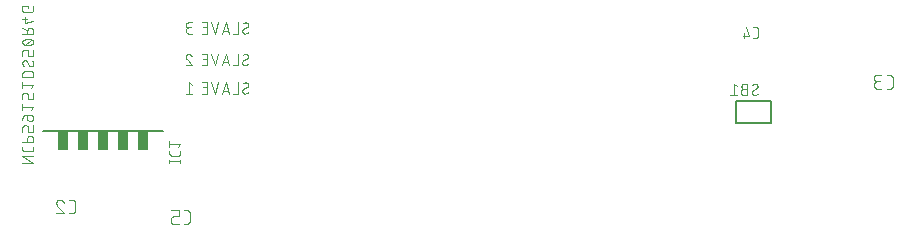
<source format=gbr>
G04 EAGLE Gerber RS-274X export*
G75*
%MOMM*%
%FSLAX34Y34*%
%LPD*%
%INSilkscreen Bottom*%
%IPPOS*%
%AMOC8*
5,1,8,0,0,1.08239X$1,22.5*%
G01*
%ADD10C,0.076200*%
%ADD11C,0.203200*%
%ADD12R,0.965200X1.676400*%
%ADD13C,0.101600*%
%ADD14C,0.127000*%


D10*
X257785Y297109D02*
X257787Y297020D01*
X257793Y296932D01*
X257802Y296844D01*
X257815Y296756D01*
X257832Y296669D01*
X257852Y296583D01*
X257877Y296498D01*
X257904Y296413D01*
X257936Y296330D01*
X257970Y296249D01*
X258009Y296169D01*
X258050Y296091D01*
X258095Y296014D01*
X258143Y295940D01*
X258194Y295867D01*
X258248Y295797D01*
X258306Y295730D01*
X258366Y295664D01*
X258428Y295602D01*
X258494Y295542D01*
X258561Y295484D01*
X258631Y295430D01*
X258704Y295379D01*
X258778Y295331D01*
X258855Y295286D01*
X258933Y295245D01*
X259013Y295206D01*
X259094Y295172D01*
X259177Y295140D01*
X259262Y295113D01*
X259347Y295088D01*
X259433Y295068D01*
X259520Y295051D01*
X259608Y295038D01*
X259696Y295029D01*
X259784Y295023D01*
X259873Y295021D01*
X260002Y295023D01*
X260131Y295029D01*
X260260Y295038D01*
X260388Y295051D01*
X260516Y295068D01*
X260643Y295089D01*
X260770Y295113D01*
X260896Y295141D01*
X261021Y295173D01*
X261145Y295208D01*
X261268Y295247D01*
X261390Y295290D01*
X261510Y295336D01*
X261629Y295386D01*
X261747Y295439D01*
X261863Y295495D01*
X261977Y295555D01*
X262090Y295618D01*
X262200Y295685D01*
X262309Y295754D01*
X262415Y295827D01*
X262520Y295903D01*
X262622Y295982D01*
X262722Y296064D01*
X262819Y296148D01*
X262914Y296236D01*
X263006Y296326D01*
X262744Y302331D02*
X262742Y302420D01*
X262736Y302508D01*
X262727Y302596D01*
X262714Y302684D01*
X262697Y302771D01*
X262677Y302857D01*
X262652Y302942D01*
X262625Y303027D01*
X262593Y303110D01*
X262559Y303191D01*
X262520Y303271D01*
X262479Y303349D01*
X262434Y303426D01*
X262386Y303500D01*
X262335Y303573D01*
X262281Y303643D01*
X262223Y303710D01*
X262163Y303776D01*
X262101Y303838D01*
X262035Y303898D01*
X261968Y303956D01*
X261898Y304010D01*
X261825Y304061D01*
X261751Y304109D01*
X261674Y304154D01*
X261596Y304195D01*
X261516Y304234D01*
X261435Y304268D01*
X261352Y304300D01*
X261267Y304327D01*
X261182Y304352D01*
X261096Y304372D01*
X261009Y304389D01*
X260921Y304402D01*
X260833Y304411D01*
X260745Y304417D01*
X260656Y304419D01*
X260536Y304417D01*
X260416Y304412D01*
X260297Y304402D01*
X260177Y304390D01*
X260058Y304373D01*
X259940Y304353D01*
X259822Y304329D01*
X259706Y304302D01*
X259590Y304271D01*
X259475Y304237D01*
X259361Y304199D01*
X259248Y304157D01*
X259137Y304112D01*
X259027Y304064D01*
X258919Y304013D01*
X258812Y303958D01*
X258707Y303900D01*
X258604Y303838D01*
X258503Y303774D01*
X258403Y303706D01*
X258306Y303636D01*
X261700Y300504D02*
X261778Y300552D01*
X261854Y300604D01*
X261927Y300658D01*
X261998Y300716D01*
X262067Y300777D01*
X262133Y300841D01*
X262196Y300908D01*
X262256Y300977D01*
X262313Y301049D01*
X262367Y301123D01*
X262417Y301200D01*
X262465Y301279D01*
X262508Y301359D01*
X262549Y301442D01*
X262585Y301526D01*
X262618Y301611D01*
X262647Y301698D01*
X262673Y301787D01*
X262695Y301876D01*
X262712Y301966D01*
X262726Y302056D01*
X262736Y302148D01*
X262742Y302239D01*
X262744Y302331D01*
X258828Y298936D02*
X258750Y298888D01*
X258674Y298836D01*
X258601Y298782D01*
X258530Y298724D01*
X258461Y298663D01*
X258395Y298599D01*
X258332Y298532D01*
X258272Y298463D01*
X258215Y298391D01*
X258161Y298317D01*
X258111Y298240D01*
X258063Y298161D01*
X258020Y298081D01*
X257979Y297998D01*
X257943Y297914D01*
X257910Y297829D01*
X257881Y297742D01*
X257855Y297653D01*
X257833Y297564D01*
X257816Y297474D01*
X257802Y297384D01*
X257792Y297292D01*
X257786Y297201D01*
X257784Y297109D01*
X258829Y298937D02*
X261700Y300503D01*
X253844Y304419D02*
X253844Y295021D01*
X249667Y295021D01*
X246764Y295021D02*
X243631Y304419D01*
X240498Y295021D01*
X241281Y297371D02*
X245980Y297371D01*
X237620Y304419D02*
X234487Y295021D01*
X231354Y304419D01*
X227631Y295021D02*
X223454Y295021D01*
X227631Y295021D02*
X227631Y304419D01*
X223454Y304419D01*
X224499Y300242D02*
X227631Y300242D01*
X215152Y302331D02*
X212542Y304419D01*
X212542Y295021D01*
X215152Y295021D02*
X209931Y295021D01*
X257785Y321239D02*
X257787Y321150D01*
X257793Y321062D01*
X257802Y320974D01*
X257815Y320886D01*
X257832Y320799D01*
X257852Y320713D01*
X257877Y320628D01*
X257904Y320543D01*
X257936Y320460D01*
X257970Y320379D01*
X258009Y320299D01*
X258050Y320221D01*
X258095Y320144D01*
X258143Y320070D01*
X258194Y319997D01*
X258248Y319927D01*
X258306Y319860D01*
X258366Y319794D01*
X258428Y319732D01*
X258494Y319672D01*
X258561Y319614D01*
X258631Y319560D01*
X258704Y319509D01*
X258778Y319461D01*
X258855Y319416D01*
X258933Y319375D01*
X259013Y319336D01*
X259094Y319302D01*
X259177Y319270D01*
X259262Y319243D01*
X259347Y319218D01*
X259433Y319198D01*
X259520Y319181D01*
X259608Y319168D01*
X259696Y319159D01*
X259784Y319153D01*
X259873Y319151D01*
X260002Y319153D01*
X260131Y319159D01*
X260260Y319168D01*
X260388Y319181D01*
X260516Y319198D01*
X260643Y319219D01*
X260770Y319243D01*
X260896Y319271D01*
X261021Y319303D01*
X261145Y319338D01*
X261268Y319377D01*
X261390Y319420D01*
X261510Y319466D01*
X261629Y319516D01*
X261747Y319569D01*
X261863Y319625D01*
X261977Y319685D01*
X262090Y319748D01*
X262200Y319815D01*
X262309Y319884D01*
X262415Y319957D01*
X262520Y320033D01*
X262622Y320112D01*
X262722Y320194D01*
X262819Y320278D01*
X262914Y320366D01*
X263006Y320456D01*
X262744Y326461D02*
X262742Y326550D01*
X262736Y326638D01*
X262727Y326726D01*
X262714Y326814D01*
X262697Y326901D01*
X262677Y326987D01*
X262652Y327072D01*
X262625Y327157D01*
X262593Y327240D01*
X262559Y327321D01*
X262520Y327401D01*
X262479Y327479D01*
X262434Y327556D01*
X262386Y327630D01*
X262335Y327703D01*
X262281Y327773D01*
X262223Y327840D01*
X262163Y327906D01*
X262101Y327968D01*
X262035Y328028D01*
X261968Y328086D01*
X261898Y328140D01*
X261825Y328191D01*
X261751Y328239D01*
X261674Y328284D01*
X261596Y328325D01*
X261516Y328364D01*
X261435Y328398D01*
X261352Y328430D01*
X261267Y328457D01*
X261182Y328482D01*
X261096Y328502D01*
X261009Y328519D01*
X260921Y328532D01*
X260833Y328541D01*
X260745Y328547D01*
X260656Y328549D01*
X260536Y328547D01*
X260416Y328542D01*
X260297Y328532D01*
X260177Y328520D01*
X260058Y328503D01*
X259940Y328483D01*
X259822Y328459D01*
X259706Y328432D01*
X259590Y328401D01*
X259475Y328367D01*
X259361Y328329D01*
X259248Y328287D01*
X259137Y328242D01*
X259027Y328194D01*
X258919Y328143D01*
X258812Y328088D01*
X258707Y328030D01*
X258604Y327968D01*
X258503Y327904D01*
X258403Y327836D01*
X258306Y327766D01*
X261700Y324634D02*
X261778Y324682D01*
X261854Y324734D01*
X261927Y324788D01*
X261998Y324846D01*
X262067Y324907D01*
X262133Y324971D01*
X262196Y325038D01*
X262256Y325107D01*
X262313Y325179D01*
X262367Y325253D01*
X262417Y325330D01*
X262465Y325409D01*
X262508Y325489D01*
X262549Y325572D01*
X262585Y325656D01*
X262618Y325741D01*
X262647Y325828D01*
X262673Y325917D01*
X262695Y326006D01*
X262712Y326096D01*
X262726Y326186D01*
X262736Y326278D01*
X262742Y326369D01*
X262744Y326461D01*
X258828Y323066D02*
X258750Y323018D01*
X258674Y322966D01*
X258601Y322912D01*
X258530Y322854D01*
X258461Y322793D01*
X258395Y322729D01*
X258332Y322662D01*
X258272Y322593D01*
X258215Y322521D01*
X258161Y322447D01*
X258111Y322370D01*
X258063Y322291D01*
X258020Y322211D01*
X257979Y322128D01*
X257943Y322044D01*
X257910Y321959D01*
X257881Y321872D01*
X257855Y321783D01*
X257833Y321694D01*
X257816Y321604D01*
X257802Y321514D01*
X257792Y321422D01*
X257786Y321331D01*
X257784Y321239D01*
X258829Y323067D02*
X261700Y324633D01*
X253844Y328549D02*
X253844Y319151D01*
X249667Y319151D01*
X246764Y319151D02*
X243631Y328549D01*
X240498Y319151D01*
X241281Y321501D02*
X245980Y321501D01*
X237620Y328549D02*
X234487Y319151D01*
X231354Y328549D01*
X227631Y319151D02*
X223454Y319151D01*
X227631Y319151D02*
X227631Y328549D01*
X223454Y328549D01*
X224499Y324372D02*
X227631Y324372D01*
X212281Y328550D02*
X212186Y328548D01*
X212092Y328542D01*
X211998Y328533D01*
X211904Y328520D01*
X211811Y328503D01*
X211719Y328482D01*
X211627Y328457D01*
X211537Y328429D01*
X211448Y328397D01*
X211360Y328362D01*
X211274Y328323D01*
X211189Y328281D01*
X211106Y328235D01*
X211025Y328186D01*
X210946Y328134D01*
X210869Y328079D01*
X210795Y328020D01*
X210723Y327959D01*
X210653Y327895D01*
X210586Y327828D01*
X210522Y327758D01*
X210461Y327686D01*
X210402Y327612D01*
X210347Y327535D01*
X210295Y327456D01*
X210246Y327375D01*
X210200Y327292D01*
X210158Y327207D01*
X210119Y327121D01*
X210084Y327033D01*
X210052Y326944D01*
X210024Y326854D01*
X209999Y326762D01*
X209978Y326670D01*
X209961Y326577D01*
X209948Y326483D01*
X209939Y326389D01*
X209933Y326295D01*
X209931Y326200D01*
X212281Y328549D02*
X212389Y328547D01*
X212498Y328541D01*
X212606Y328531D01*
X212713Y328518D01*
X212820Y328500D01*
X212927Y328479D01*
X213032Y328454D01*
X213137Y328425D01*
X213240Y328393D01*
X213342Y328356D01*
X213443Y328316D01*
X213542Y328273D01*
X213640Y328226D01*
X213736Y328175D01*
X213830Y328121D01*
X213922Y328064D01*
X214012Y328003D01*
X214100Y327939D01*
X214185Y327873D01*
X214268Y327803D01*
X214348Y327730D01*
X214426Y327654D01*
X214501Y327576D01*
X214573Y327495D01*
X214642Y327411D01*
X214708Y327325D01*
X214771Y327237D01*
X214830Y327146D01*
X214887Y327054D01*
X214940Y326959D01*
X214989Y326862D01*
X215035Y326764D01*
X215078Y326665D01*
X215117Y326563D01*
X215152Y326461D01*
X210714Y324372D02*
X210645Y324441D01*
X210579Y324512D01*
X210515Y324585D01*
X210454Y324661D01*
X210396Y324740D01*
X210342Y324820D01*
X210290Y324903D01*
X210242Y324987D01*
X210196Y325073D01*
X210155Y325161D01*
X210116Y325251D01*
X210081Y325342D01*
X210050Y325434D01*
X210022Y325527D01*
X209998Y325621D01*
X209978Y325716D01*
X209961Y325812D01*
X209948Y325909D01*
X209939Y326006D01*
X209933Y326103D01*
X209931Y326200D01*
X210714Y324372D02*
X215152Y319151D01*
X209931Y319151D01*
X257785Y347909D02*
X257787Y347820D01*
X257793Y347732D01*
X257802Y347644D01*
X257815Y347556D01*
X257832Y347469D01*
X257852Y347383D01*
X257877Y347298D01*
X257904Y347213D01*
X257936Y347130D01*
X257970Y347049D01*
X258009Y346969D01*
X258050Y346891D01*
X258095Y346814D01*
X258143Y346740D01*
X258194Y346667D01*
X258248Y346597D01*
X258306Y346530D01*
X258366Y346464D01*
X258428Y346402D01*
X258494Y346342D01*
X258561Y346284D01*
X258631Y346230D01*
X258704Y346179D01*
X258778Y346131D01*
X258855Y346086D01*
X258933Y346045D01*
X259013Y346006D01*
X259094Y345972D01*
X259177Y345940D01*
X259262Y345913D01*
X259347Y345888D01*
X259433Y345868D01*
X259520Y345851D01*
X259608Y345838D01*
X259696Y345829D01*
X259784Y345823D01*
X259873Y345821D01*
X260002Y345823D01*
X260131Y345829D01*
X260260Y345838D01*
X260388Y345851D01*
X260516Y345868D01*
X260643Y345889D01*
X260770Y345913D01*
X260896Y345941D01*
X261021Y345973D01*
X261145Y346008D01*
X261268Y346047D01*
X261390Y346090D01*
X261510Y346136D01*
X261629Y346186D01*
X261747Y346239D01*
X261863Y346295D01*
X261977Y346355D01*
X262090Y346418D01*
X262200Y346485D01*
X262309Y346554D01*
X262415Y346627D01*
X262520Y346703D01*
X262622Y346782D01*
X262722Y346864D01*
X262819Y346948D01*
X262914Y347036D01*
X263006Y347126D01*
X262744Y353131D02*
X262742Y353220D01*
X262736Y353308D01*
X262727Y353396D01*
X262714Y353484D01*
X262697Y353571D01*
X262677Y353657D01*
X262652Y353742D01*
X262625Y353827D01*
X262593Y353910D01*
X262559Y353991D01*
X262520Y354071D01*
X262479Y354149D01*
X262434Y354226D01*
X262386Y354300D01*
X262335Y354373D01*
X262281Y354443D01*
X262223Y354510D01*
X262163Y354576D01*
X262101Y354638D01*
X262035Y354698D01*
X261968Y354756D01*
X261898Y354810D01*
X261825Y354861D01*
X261751Y354909D01*
X261674Y354954D01*
X261596Y354995D01*
X261516Y355034D01*
X261435Y355068D01*
X261352Y355100D01*
X261267Y355127D01*
X261182Y355152D01*
X261096Y355172D01*
X261009Y355189D01*
X260921Y355202D01*
X260833Y355211D01*
X260745Y355217D01*
X260656Y355219D01*
X260536Y355217D01*
X260416Y355212D01*
X260297Y355202D01*
X260177Y355190D01*
X260058Y355173D01*
X259940Y355153D01*
X259822Y355129D01*
X259706Y355102D01*
X259590Y355071D01*
X259475Y355037D01*
X259361Y354999D01*
X259248Y354957D01*
X259137Y354912D01*
X259027Y354864D01*
X258919Y354813D01*
X258812Y354758D01*
X258707Y354700D01*
X258604Y354638D01*
X258503Y354574D01*
X258403Y354506D01*
X258306Y354436D01*
X261700Y351304D02*
X261778Y351352D01*
X261854Y351404D01*
X261927Y351458D01*
X261998Y351516D01*
X262067Y351577D01*
X262133Y351641D01*
X262196Y351708D01*
X262256Y351777D01*
X262313Y351849D01*
X262367Y351923D01*
X262417Y352000D01*
X262465Y352079D01*
X262508Y352159D01*
X262549Y352242D01*
X262585Y352326D01*
X262618Y352411D01*
X262647Y352498D01*
X262673Y352587D01*
X262695Y352676D01*
X262712Y352766D01*
X262726Y352856D01*
X262736Y352948D01*
X262742Y353039D01*
X262744Y353131D01*
X258828Y349736D02*
X258750Y349688D01*
X258674Y349636D01*
X258601Y349582D01*
X258530Y349524D01*
X258461Y349463D01*
X258395Y349399D01*
X258332Y349332D01*
X258272Y349263D01*
X258215Y349191D01*
X258161Y349117D01*
X258111Y349040D01*
X258063Y348961D01*
X258020Y348881D01*
X257979Y348798D01*
X257943Y348714D01*
X257910Y348629D01*
X257881Y348542D01*
X257855Y348453D01*
X257833Y348364D01*
X257816Y348274D01*
X257802Y348184D01*
X257792Y348092D01*
X257786Y348001D01*
X257784Y347909D01*
X258829Y349737D02*
X261700Y351303D01*
X253844Y355219D02*
X253844Y345821D01*
X249667Y345821D01*
X246764Y345821D02*
X243631Y355219D01*
X240498Y345821D01*
X241281Y348171D02*
X245980Y348171D01*
X237620Y355219D02*
X234487Y345821D01*
X231354Y355219D01*
X227631Y345821D02*
X223454Y345821D01*
X227631Y345821D02*
X227631Y355219D01*
X223454Y355219D01*
X224499Y351042D02*
X227631Y351042D01*
X215152Y345821D02*
X212542Y345821D01*
X212441Y345823D01*
X212340Y345829D01*
X212239Y345839D01*
X212139Y345852D01*
X212039Y345870D01*
X211940Y345891D01*
X211842Y345917D01*
X211745Y345946D01*
X211649Y345978D01*
X211555Y346015D01*
X211462Y346055D01*
X211370Y346099D01*
X211281Y346146D01*
X211193Y346197D01*
X211107Y346251D01*
X211024Y346308D01*
X210942Y346368D01*
X210864Y346432D01*
X210787Y346498D01*
X210714Y346568D01*
X210643Y346640D01*
X210575Y346715D01*
X210510Y346793D01*
X210448Y346873D01*
X210389Y346955D01*
X210333Y347040D01*
X210281Y347127D01*
X210232Y347215D01*
X210186Y347306D01*
X210145Y347398D01*
X210106Y347492D01*
X210072Y347587D01*
X210041Y347683D01*
X210014Y347781D01*
X209990Y347879D01*
X209971Y347979D01*
X209955Y348079D01*
X209943Y348179D01*
X209935Y348280D01*
X209931Y348381D01*
X209931Y348483D01*
X209935Y348584D01*
X209943Y348685D01*
X209955Y348785D01*
X209971Y348885D01*
X209990Y348985D01*
X210014Y349083D01*
X210041Y349181D01*
X210072Y349277D01*
X210106Y349372D01*
X210145Y349466D01*
X210186Y349558D01*
X210232Y349649D01*
X210281Y349738D01*
X210333Y349824D01*
X210389Y349909D01*
X210448Y349991D01*
X210510Y350071D01*
X210575Y350149D01*
X210643Y350224D01*
X210714Y350296D01*
X210787Y350366D01*
X210864Y350432D01*
X210942Y350496D01*
X211024Y350556D01*
X211107Y350613D01*
X211193Y350667D01*
X211281Y350718D01*
X211370Y350765D01*
X211462Y350809D01*
X211555Y350849D01*
X211649Y350886D01*
X211745Y350918D01*
X211842Y350947D01*
X211940Y350973D01*
X212039Y350994D01*
X212139Y351012D01*
X212239Y351025D01*
X212340Y351035D01*
X212441Y351041D01*
X212542Y351043D01*
X212019Y355219D02*
X215152Y355219D01*
X212019Y355219D02*
X211929Y355217D01*
X211840Y355211D01*
X211750Y355202D01*
X211661Y355188D01*
X211573Y355171D01*
X211486Y355150D01*
X211399Y355125D01*
X211314Y355096D01*
X211230Y355064D01*
X211148Y355029D01*
X211067Y354989D01*
X210988Y354947D01*
X210911Y354901D01*
X210836Y354851D01*
X210763Y354799D01*
X210692Y354743D01*
X210624Y354685D01*
X210559Y354623D01*
X210496Y354559D01*
X210436Y354492D01*
X210379Y354423D01*
X210325Y354351D01*
X210274Y354277D01*
X210226Y354201D01*
X210182Y354123D01*
X210141Y354043D01*
X210103Y353961D01*
X210069Y353878D01*
X210039Y353793D01*
X210012Y353707D01*
X209989Y353621D01*
X209970Y353533D01*
X209955Y353444D01*
X209943Y353355D01*
X209935Y353266D01*
X209931Y353176D01*
X209931Y353086D01*
X209935Y352996D01*
X209943Y352907D01*
X209955Y352818D01*
X209970Y352729D01*
X209989Y352641D01*
X210012Y352555D01*
X210039Y352469D01*
X210069Y352384D01*
X210103Y352301D01*
X210141Y352219D01*
X210182Y352139D01*
X210226Y352061D01*
X210274Y351985D01*
X210325Y351911D01*
X210379Y351839D01*
X210436Y351770D01*
X210496Y351703D01*
X210559Y351639D01*
X210624Y351577D01*
X210692Y351519D01*
X210763Y351463D01*
X210836Y351411D01*
X210911Y351361D01*
X210988Y351315D01*
X211067Y351273D01*
X211148Y351233D01*
X211230Y351198D01*
X211314Y351166D01*
X211399Y351137D01*
X211486Y351112D01*
X211573Y351091D01*
X211661Y351074D01*
X211750Y351060D01*
X211840Y351051D01*
X211929Y351045D01*
X212019Y351043D01*
X212019Y351042D02*
X214108Y351042D01*
D11*
X190640Y263300D02*
X88760Y263300D01*
D12*
X173736Y255778D03*
X156718Y255778D03*
X139700Y255778D03*
X122682Y255778D03*
X105664Y255778D03*
D10*
X195961Y237645D02*
X205359Y237645D01*
X195961Y236601D02*
X195961Y238689D01*
X205359Y238689D02*
X205359Y236601D01*
X195961Y244413D02*
X195961Y246501D01*
X195961Y244413D02*
X195963Y244324D01*
X195969Y244236D01*
X195978Y244148D01*
X195991Y244060D01*
X196008Y243973D01*
X196028Y243887D01*
X196053Y243802D01*
X196080Y243717D01*
X196112Y243634D01*
X196146Y243553D01*
X196185Y243473D01*
X196226Y243395D01*
X196271Y243318D01*
X196319Y243244D01*
X196370Y243171D01*
X196424Y243101D01*
X196482Y243034D01*
X196542Y242968D01*
X196604Y242906D01*
X196670Y242846D01*
X196737Y242788D01*
X196807Y242734D01*
X196880Y242683D01*
X196954Y242635D01*
X197031Y242590D01*
X197109Y242549D01*
X197189Y242510D01*
X197270Y242476D01*
X197353Y242444D01*
X197438Y242417D01*
X197523Y242392D01*
X197609Y242372D01*
X197696Y242355D01*
X197784Y242342D01*
X197872Y242333D01*
X197960Y242327D01*
X198049Y242325D01*
X198049Y242324D02*
X203271Y242324D01*
X203271Y242325D02*
X203362Y242327D01*
X203453Y242333D01*
X203544Y242343D01*
X203634Y242357D01*
X203723Y242374D01*
X203811Y242396D01*
X203899Y242422D01*
X203985Y242451D01*
X204070Y242484D01*
X204153Y242521D01*
X204235Y242561D01*
X204315Y242605D01*
X204393Y242652D01*
X204469Y242703D01*
X204542Y242756D01*
X204613Y242813D01*
X204682Y242874D01*
X204747Y242937D01*
X204810Y243002D01*
X204870Y243071D01*
X204928Y243142D01*
X204981Y243215D01*
X205032Y243291D01*
X205079Y243369D01*
X205123Y243449D01*
X205163Y243531D01*
X205200Y243614D01*
X205233Y243699D01*
X205262Y243785D01*
X205288Y243873D01*
X205310Y243961D01*
X205327Y244050D01*
X205341Y244140D01*
X205351Y244231D01*
X205357Y244322D01*
X205359Y244413D01*
X205359Y246501D01*
X203271Y249970D02*
X205359Y252580D01*
X195961Y252580D01*
X195961Y249970D02*
X195961Y255191D01*
X80899Y236601D02*
X71501Y236601D01*
X71501Y241822D02*
X80899Y236601D01*
X80899Y241822D02*
X71501Y241822D01*
X71501Y248112D02*
X71501Y250201D01*
X71501Y248112D02*
X71503Y248023D01*
X71509Y247935D01*
X71518Y247847D01*
X71531Y247759D01*
X71548Y247672D01*
X71568Y247586D01*
X71593Y247501D01*
X71620Y247416D01*
X71652Y247333D01*
X71686Y247252D01*
X71725Y247172D01*
X71766Y247094D01*
X71811Y247017D01*
X71859Y246943D01*
X71910Y246870D01*
X71964Y246800D01*
X72022Y246733D01*
X72082Y246667D01*
X72144Y246605D01*
X72210Y246545D01*
X72277Y246487D01*
X72347Y246433D01*
X72420Y246382D01*
X72494Y246334D01*
X72571Y246289D01*
X72649Y246248D01*
X72729Y246209D01*
X72810Y246175D01*
X72893Y246143D01*
X72978Y246116D01*
X73063Y246091D01*
X73149Y246071D01*
X73236Y246054D01*
X73324Y246041D01*
X73412Y246032D01*
X73500Y246026D01*
X73589Y246024D01*
X78811Y246024D01*
X78811Y246025D02*
X78902Y246027D01*
X78993Y246033D01*
X79084Y246043D01*
X79174Y246057D01*
X79263Y246074D01*
X79351Y246096D01*
X79439Y246122D01*
X79525Y246151D01*
X79610Y246184D01*
X79693Y246221D01*
X79775Y246261D01*
X79855Y246305D01*
X79933Y246352D01*
X80009Y246403D01*
X80082Y246456D01*
X80153Y246513D01*
X80222Y246574D01*
X80287Y246637D01*
X80350Y246702D01*
X80410Y246771D01*
X80468Y246842D01*
X80521Y246915D01*
X80572Y246991D01*
X80619Y247069D01*
X80663Y247149D01*
X80703Y247231D01*
X80740Y247314D01*
X80773Y247399D01*
X80802Y247485D01*
X80828Y247573D01*
X80850Y247661D01*
X80867Y247750D01*
X80881Y247840D01*
X80891Y247931D01*
X80897Y248022D01*
X80899Y248113D01*
X80899Y248112D02*
X80899Y250201D01*
X80899Y254106D02*
X71501Y254106D01*
X80899Y254106D02*
X80899Y256716D01*
X80897Y256817D01*
X80891Y256918D01*
X80881Y257019D01*
X80868Y257119D01*
X80850Y257219D01*
X80829Y257318D01*
X80803Y257416D01*
X80774Y257513D01*
X80742Y257609D01*
X80705Y257703D01*
X80665Y257796D01*
X80621Y257888D01*
X80574Y257977D01*
X80523Y258065D01*
X80469Y258151D01*
X80412Y258234D01*
X80352Y258316D01*
X80288Y258394D01*
X80222Y258471D01*
X80152Y258544D01*
X80080Y258615D01*
X80005Y258683D01*
X79927Y258748D01*
X79847Y258810D01*
X79765Y258869D01*
X79680Y258925D01*
X79594Y258977D01*
X79505Y259026D01*
X79414Y259072D01*
X79322Y259113D01*
X79228Y259152D01*
X79133Y259186D01*
X79037Y259217D01*
X78939Y259244D01*
X78841Y259268D01*
X78741Y259287D01*
X78641Y259303D01*
X78541Y259315D01*
X78440Y259323D01*
X78339Y259327D01*
X78237Y259327D01*
X78136Y259323D01*
X78035Y259315D01*
X77935Y259303D01*
X77835Y259287D01*
X77735Y259268D01*
X77637Y259244D01*
X77539Y259217D01*
X77443Y259186D01*
X77348Y259152D01*
X77254Y259113D01*
X77162Y259072D01*
X77071Y259026D01*
X76983Y258977D01*
X76896Y258925D01*
X76811Y258869D01*
X76729Y258810D01*
X76649Y258748D01*
X76571Y258683D01*
X76496Y258615D01*
X76424Y258544D01*
X76354Y258471D01*
X76288Y258394D01*
X76224Y258316D01*
X76164Y258234D01*
X76107Y258151D01*
X76053Y258065D01*
X76002Y257977D01*
X75955Y257888D01*
X75911Y257796D01*
X75871Y257703D01*
X75834Y257609D01*
X75802Y257513D01*
X75773Y257416D01*
X75747Y257318D01*
X75726Y257219D01*
X75708Y257119D01*
X75695Y257019D01*
X75685Y256918D01*
X75679Y256817D01*
X75677Y256716D01*
X75678Y256716D02*
X75678Y254106D01*
X71501Y262814D02*
X71501Y265946D01*
X71503Y266035D01*
X71509Y266123D01*
X71518Y266211D01*
X71531Y266299D01*
X71548Y266386D01*
X71568Y266472D01*
X71593Y266557D01*
X71620Y266642D01*
X71652Y266725D01*
X71686Y266806D01*
X71725Y266886D01*
X71766Y266964D01*
X71811Y267041D01*
X71859Y267115D01*
X71910Y267188D01*
X71964Y267258D01*
X72022Y267325D01*
X72082Y267391D01*
X72144Y267453D01*
X72210Y267513D01*
X72277Y267571D01*
X72347Y267625D01*
X72420Y267676D01*
X72494Y267724D01*
X72571Y267769D01*
X72649Y267810D01*
X72729Y267849D01*
X72810Y267883D01*
X72893Y267915D01*
X72978Y267942D01*
X73063Y267967D01*
X73149Y267987D01*
X73236Y268004D01*
X73324Y268017D01*
X73412Y268026D01*
X73500Y268032D01*
X73589Y268034D01*
X73589Y268035D02*
X74634Y268035D01*
X74634Y268034D02*
X74723Y268032D01*
X74811Y268026D01*
X74899Y268017D01*
X74987Y268004D01*
X75074Y267987D01*
X75160Y267967D01*
X75245Y267942D01*
X75330Y267915D01*
X75413Y267883D01*
X75494Y267849D01*
X75574Y267810D01*
X75652Y267769D01*
X75729Y267724D01*
X75803Y267676D01*
X75876Y267625D01*
X75946Y267571D01*
X76013Y267513D01*
X76079Y267453D01*
X76141Y267391D01*
X76201Y267325D01*
X76259Y267258D01*
X76313Y267188D01*
X76364Y267115D01*
X76412Y267041D01*
X76457Y266964D01*
X76498Y266886D01*
X76537Y266806D01*
X76571Y266725D01*
X76603Y266642D01*
X76630Y266557D01*
X76655Y266472D01*
X76675Y266386D01*
X76692Y266299D01*
X76705Y266211D01*
X76714Y266123D01*
X76720Y266035D01*
X76722Y265946D01*
X76722Y262814D01*
X80899Y262814D01*
X80899Y268035D01*
X75678Y274046D02*
X75678Y277179D01*
X75678Y274046D02*
X75680Y273957D01*
X75686Y273869D01*
X75695Y273781D01*
X75708Y273693D01*
X75725Y273606D01*
X75745Y273520D01*
X75770Y273435D01*
X75797Y273350D01*
X75829Y273267D01*
X75863Y273186D01*
X75902Y273106D01*
X75943Y273028D01*
X75988Y272951D01*
X76036Y272877D01*
X76087Y272804D01*
X76141Y272734D01*
X76199Y272667D01*
X76259Y272601D01*
X76321Y272539D01*
X76387Y272479D01*
X76454Y272421D01*
X76524Y272367D01*
X76597Y272316D01*
X76671Y272268D01*
X76748Y272223D01*
X76826Y272182D01*
X76906Y272143D01*
X76987Y272109D01*
X77070Y272077D01*
X77155Y272050D01*
X77240Y272025D01*
X77326Y272005D01*
X77413Y271988D01*
X77501Y271975D01*
X77589Y271966D01*
X77677Y271960D01*
X77766Y271958D01*
X78288Y271958D01*
X78288Y271957D02*
X78389Y271959D01*
X78490Y271965D01*
X78591Y271975D01*
X78691Y271988D01*
X78791Y272006D01*
X78890Y272027D01*
X78988Y272053D01*
X79085Y272082D01*
X79181Y272114D01*
X79275Y272151D01*
X79368Y272191D01*
X79460Y272235D01*
X79549Y272282D01*
X79637Y272333D01*
X79723Y272387D01*
X79806Y272444D01*
X79888Y272504D01*
X79966Y272568D01*
X80043Y272634D01*
X80116Y272704D01*
X80187Y272776D01*
X80255Y272851D01*
X80320Y272929D01*
X80382Y273009D01*
X80441Y273091D01*
X80497Y273176D01*
X80549Y273263D01*
X80598Y273351D01*
X80644Y273442D01*
X80685Y273534D01*
X80724Y273628D01*
X80758Y273723D01*
X80789Y273819D01*
X80816Y273917D01*
X80840Y274015D01*
X80859Y274115D01*
X80875Y274215D01*
X80887Y274315D01*
X80895Y274416D01*
X80899Y274517D01*
X80899Y274619D01*
X80895Y274720D01*
X80887Y274821D01*
X80875Y274921D01*
X80859Y275021D01*
X80840Y275121D01*
X80816Y275219D01*
X80789Y275317D01*
X80758Y275413D01*
X80724Y275508D01*
X80685Y275602D01*
X80644Y275694D01*
X80598Y275785D01*
X80549Y275873D01*
X80497Y275960D01*
X80441Y276045D01*
X80382Y276127D01*
X80320Y276207D01*
X80255Y276285D01*
X80187Y276360D01*
X80116Y276432D01*
X80043Y276502D01*
X79966Y276568D01*
X79888Y276632D01*
X79806Y276692D01*
X79723Y276749D01*
X79637Y276803D01*
X79549Y276854D01*
X79460Y276901D01*
X79368Y276945D01*
X79275Y276985D01*
X79181Y277022D01*
X79085Y277054D01*
X78988Y277083D01*
X78890Y277109D01*
X78791Y277130D01*
X78691Y277148D01*
X78591Y277161D01*
X78490Y277171D01*
X78389Y277177D01*
X78288Y277179D01*
X75678Y277179D01*
X75552Y277177D01*
X75426Y277171D01*
X75300Y277162D01*
X75175Y277149D01*
X75050Y277131D01*
X74925Y277111D01*
X74801Y277086D01*
X74678Y277058D01*
X74556Y277026D01*
X74435Y276990D01*
X74315Y276951D01*
X74197Y276908D01*
X74080Y276861D01*
X73964Y276811D01*
X73849Y276757D01*
X73737Y276701D01*
X73626Y276640D01*
X73517Y276577D01*
X73410Y276510D01*
X73305Y276440D01*
X73202Y276366D01*
X73102Y276290D01*
X73004Y276211D01*
X72908Y276129D01*
X72815Y276043D01*
X72724Y275956D01*
X72637Y275865D01*
X72551Y275772D01*
X72469Y275676D01*
X72390Y275578D01*
X72314Y275478D01*
X72240Y275375D01*
X72170Y275270D01*
X72103Y275163D01*
X72040Y275054D01*
X71979Y274943D01*
X71923Y274831D01*
X71869Y274716D01*
X71819Y274600D01*
X71772Y274483D01*
X71729Y274365D01*
X71690Y274245D01*
X71654Y274124D01*
X71622Y274002D01*
X71594Y273879D01*
X71569Y273755D01*
X71549Y273630D01*
X71531Y273505D01*
X71518Y273380D01*
X71509Y273254D01*
X71503Y273128D01*
X71501Y273002D01*
X78811Y281102D02*
X80899Y283712D01*
X71501Y283712D01*
X71501Y281102D02*
X71501Y286323D01*
X71501Y290246D02*
X71501Y293378D01*
X71503Y293467D01*
X71509Y293555D01*
X71518Y293643D01*
X71531Y293731D01*
X71548Y293818D01*
X71568Y293904D01*
X71593Y293989D01*
X71620Y294074D01*
X71652Y294157D01*
X71686Y294238D01*
X71725Y294318D01*
X71766Y294396D01*
X71811Y294473D01*
X71859Y294547D01*
X71910Y294620D01*
X71964Y294690D01*
X72022Y294757D01*
X72082Y294823D01*
X72144Y294885D01*
X72210Y294945D01*
X72277Y295003D01*
X72347Y295057D01*
X72420Y295108D01*
X72494Y295156D01*
X72571Y295201D01*
X72649Y295242D01*
X72729Y295281D01*
X72810Y295315D01*
X72893Y295347D01*
X72978Y295374D01*
X73063Y295399D01*
X73149Y295419D01*
X73236Y295436D01*
X73324Y295449D01*
X73412Y295458D01*
X73500Y295464D01*
X73589Y295466D01*
X73589Y295467D02*
X74634Y295467D01*
X74634Y295466D02*
X74723Y295464D01*
X74811Y295458D01*
X74899Y295449D01*
X74987Y295436D01*
X75074Y295419D01*
X75160Y295399D01*
X75245Y295374D01*
X75330Y295347D01*
X75413Y295315D01*
X75494Y295281D01*
X75574Y295242D01*
X75652Y295201D01*
X75729Y295156D01*
X75803Y295108D01*
X75876Y295057D01*
X75946Y295003D01*
X76013Y294945D01*
X76079Y294885D01*
X76141Y294823D01*
X76201Y294757D01*
X76259Y294690D01*
X76313Y294620D01*
X76364Y294547D01*
X76412Y294473D01*
X76457Y294396D01*
X76498Y294318D01*
X76537Y294238D01*
X76571Y294157D01*
X76603Y294074D01*
X76630Y293989D01*
X76655Y293904D01*
X76675Y293818D01*
X76692Y293731D01*
X76705Y293643D01*
X76714Y293555D01*
X76720Y293467D01*
X76722Y293378D01*
X76722Y290246D01*
X80899Y290246D01*
X80899Y295467D01*
X78811Y299390D02*
X80899Y302000D01*
X71501Y302000D01*
X71501Y299390D02*
X71501Y304611D01*
X71501Y308838D02*
X80899Y308838D01*
X80899Y311449D01*
X80897Y311549D01*
X80891Y311649D01*
X80882Y311748D01*
X80868Y311848D01*
X80851Y311946D01*
X80830Y312044D01*
X80806Y312141D01*
X80777Y312237D01*
X80745Y312332D01*
X80710Y312425D01*
X80671Y312517D01*
X80628Y312608D01*
X80582Y312696D01*
X80532Y312783D01*
X80480Y312868D01*
X80424Y312951D01*
X80365Y313032D01*
X80302Y313110D01*
X80237Y313186D01*
X80169Y313260D01*
X80099Y313330D01*
X80025Y313398D01*
X79949Y313463D01*
X79871Y313526D01*
X79790Y313585D01*
X79707Y313641D01*
X79622Y313693D01*
X79535Y313743D01*
X79447Y313789D01*
X79356Y313832D01*
X79264Y313871D01*
X79171Y313906D01*
X79076Y313938D01*
X78980Y313967D01*
X78883Y313991D01*
X78785Y314012D01*
X78687Y314029D01*
X78587Y314043D01*
X78488Y314052D01*
X78388Y314058D01*
X78288Y314060D01*
X78288Y314059D02*
X74112Y314059D01*
X74112Y314060D02*
X74012Y314058D01*
X73912Y314052D01*
X73813Y314043D01*
X73713Y314029D01*
X73615Y314012D01*
X73517Y313991D01*
X73420Y313967D01*
X73324Y313938D01*
X73229Y313906D01*
X73136Y313871D01*
X73044Y313832D01*
X72953Y313789D01*
X72865Y313743D01*
X72778Y313693D01*
X72693Y313641D01*
X72610Y313585D01*
X72529Y313526D01*
X72451Y313463D01*
X72375Y313398D01*
X72301Y313330D01*
X72231Y313260D01*
X72163Y313186D01*
X72098Y313110D01*
X72035Y313032D01*
X71976Y312951D01*
X71920Y312868D01*
X71868Y312783D01*
X71818Y312696D01*
X71772Y312608D01*
X71729Y312517D01*
X71690Y312425D01*
X71655Y312332D01*
X71623Y312237D01*
X71594Y312141D01*
X71570Y312044D01*
X71549Y311946D01*
X71532Y311848D01*
X71518Y311748D01*
X71509Y311649D01*
X71503Y311549D01*
X71501Y311449D01*
X71501Y308838D01*
X71501Y321115D02*
X71503Y321204D01*
X71509Y321292D01*
X71518Y321380D01*
X71531Y321468D01*
X71548Y321555D01*
X71568Y321641D01*
X71593Y321726D01*
X71620Y321811D01*
X71652Y321894D01*
X71686Y321975D01*
X71725Y322055D01*
X71766Y322133D01*
X71811Y322210D01*
X71859Y322284D01*
X71910Y322357D01*
X71964Y322427D01*
X72022Y322494D01*
X72082Y322560D01*
X72144Y322622D01*
X72210Y322682D01*
X72277Y322740D01*
X72347Y322794D01*
X72420Y322845D01*
X72494Y322893D01*
X72571Y322938D01*
X72649Y322979D01*
X72729Y323018D01*
X72810Y323052D01*
X72893Y323084D01*
X72978Y323111D01*
X73063Y323136D01*
X73149Y323156D01*
X73236Y323173D01*
X73324Y323186D01*
X73412Y323195D01*
X73500Y323201D01*
X73589Y323203D01*
X71501Y321115D02*
X71503Y320986D01*
X71509Y320857D01*
X71518Y320728D01*
X71531Y320600D01*
X71548Y320472D01*
X71569Y320345D01*
X71593Y320218D01*
X71621Y320092D01*
X71653Y319967D01*
X71688Y319843D01*
X71727Y319720D01*
X71770Y319598D01*
X71816Y319478D01*
X71866Y319359D01*
X71919Y319241D01*
X71975Y319125D01*
X72035Y319011D01*
X72098Y318898D01*
X72165Y318788D01*
X72234Y318679D01*
X72307Y318573D01*
X72383Y318468D01*
X72462Y318366D01*
X72544Y318267D01*
X72628Y318169D01*
X72716Y318074D01*
X72806Y317982D01*
X78811Y318244D02*
X78900Y318246D01*
X78988Y318252D01*
X79076Y318261D01*
X79164Y318274D01*
X79251Y318291D01*
X79337Y318311D01*
X79422Y318336D01*
X79507Y318363D01*
X79590Y318395D01*
X79671Y318429D01*
X79751Y318468D01*
X79829Y318509D01*
X79906Y318554D01*
X79980Y318602D01*
X80053Y318653D01*
X80123Y318707D01*
X80190Y318765D01*
X80256Y318825D01*
X80318Y318887D01*
X80378Y318953D01*
X80436Y319020D01*
X80490Y319090D01*
X80541Y319163D01*
X80589Y319237D01*
X80634Y319314D01*
X80675Y319392D01*
X80714Y319472D01*
X80748Y319553D01*
X80780Y319636D01*
X80807Y319721D01*
X80832Y319806D01*
X80852Y319892D01*
X80869Y319979D01*
X80882Y320067D01*
X80891Y320155D01*
X80897Y320243D01*
X80899Y320332D01*
X80897Y320452D01*
X80892Y320572D01*
X80882Y320692D01*
X80870Y320811D01*
X80853Y320930D01*
X80833Y321048D01*
X80809Y321166D01*
X80782Y321282D01*
X80751Y321398D01*
X80717Y321513D01*
X80679Y321627D01*
X80637Y321740D01*
X80592Y321851D01*
X80544Y321961D01*
X80493Y322069D01*
X80438Y322176D01*
X80380Y322281D01*
X80318Y322384D01*
X80254Y322485D01*
X80186Y322585D01*
X80116Y322682D01*
X76984Y319287D02*
X77032Y319209D01*
X77084Y319133D01*
X77138Y319060D01*
X77196Y318989D01*
X77257Y318920D01*
X77321Y318854D01*
X77388Y318791D01*
X77457Y318731D01*
X77529Y318674D01*
X77603Y318620D01*
X77680Y318570D01*
X77759Y318522D01*
X77839Y318479D01*
X77922Y318438D01*
X78006Y318402D01*
X78091Y318369D01*
X78178Y318340D01*
X78267Y318314D01*
X78356Y318292D01*
X78446Y318275D01*
X78536Y318261D01*
X78628Y318251D01*
X78719Y318245D01*
X78811Y318243D01*
X75416Y322159D02*
X75368Y322237D01*
X75316Y322313D01*
X75262Y322386D01*
X75204Y322457D01*
X75143Y322526D01*
X75079Y322592D01*
X75012Y322655D01*
X74943Y322715D01*
X74871Y322772D01*
X74797Y322826D01*
X74720Y322876D01*
X74641Y322924D01*
X74561Y322967D01*
X74478Y323008D01*
X74394Y323044D01*
X74309Y323077D01*
X74222Y323106D01*
X74133Y323132D01*
X74044Y323154D01*
X73954Y323171D01*
X73864Y323185D01*
X73772Y323195D01*
X73681Y323201D01*
X73589Y323203D01*
X75417Y322159D02*
X76983Y319288D01*
X71501Y326821D02*
X71501Y329954D01*
X71503Y330043D01*
X71509Y330131D01*
X71518Y330219D01*
X71531Y330307D01*
X71548Y330394D01*
X71568Y330480D01*
X71593Y330565D01*
X71620Y330650D01*
X71652Y330733D01*
X71686Y330814D01*
X71725Y330894D01*
X71766Y330972D01*
X71811Y331049D01*
X71859Y331123D01*
X71910Y331196D01*
X71964Y331266D01*
X72022Y331333D01*
X72082Y331399D01*
X72144Y331461D01*
X72210Y331521D01*
X72277Y331579D01*
X72347Y331633D01*
X72420Y331684D01*
X72494Y331732D01*
X72571Y331777D01*
X72649Y331818D01*
X72729Y331857D01*
X72810Y331891D01*
X72893Y331923D01*
X72978Y331950D01*
X73063Y331975D01*
X73149Y331995D01*
X73236Y332012D01*
X73324Y332025D01*
X73412Y332034D01*
X73500Y332040D01*
X73589Y332042D01*
X73589Y332043D02*
X74634Y332043D01*
X74634Y332042D02*
X74723Y332040D01*
X74811Y332034D01*
X74899Y332025D01*
X74987Y332012D01*
X75074Y331995D01*
X75160Y331975D01*
X75245Y331950D01*
X75330Y331923D01*
X75413Y331891D01*
X75494Y331857D01*
X75574Y331818D01*
X75652Y331777D01*
X75729Y331732D01*
X75803Y331684D01*
X75876Y331633D01*
X75946Y331579D01*
X76013Y331521D01*
X76079Y331461D01*
X76141Y331399D01*
X76201Y331333D01*
X76259Y331266D01*
X76313Y331196D01*
X76364Y331123D01*
X76412Y331049D01*
X76457Y330972D01*
X76498Y330894D01*
X76537Y330814D01*
X76571Y330733D01*
X76603Y330650D01*
X76630Y330565D01*
X76655Y330480D01*
X76675Y330394D01*
X76692Y330307D01*
X76705Y330219D01*
X76714Y330131D01*
X76720Y330043D01*
X76722Y329954D01*
X76722Y326821D01*
X80899Y326821D01*
X80899Y332043D01*
X79594Y336748D02*
X79427Y336669D01*
X79258Y336594D01*
X79087Y336523D01*
X78915Y336456D01*
X78741Y336394D01*
X78565Y336335D01*
X78389Y336281D01*
X78211Y336231D01*
X78031Y336185D01*
X77851Y336143D01*
X77670Y336106D01*
X77488Y336073D01*
X77306Y336044D01*
X77122Y336020D01*
X76938Y336000D01*
X76754Y335985D01*
X76570Y335974D01*
X76385Y335967D01*
X76200Y335965D01*
X79594Y336748D02*
X79674Y336778D01*
X79753Y336811D01*
X79830Y336848D01*
X79906Y336888D01*
X79980Y336931D01*
X80052Y336977D01*
X80121Y337027D01*
X80189Y337079D01*
X80254Y337135D01*
X80317Y337193D01*
X80376Y337255D01*
X80434Y337318D01*
X80488Y337385D01*
X80539Y337453D01*
X80587Y337524D01*
X80632Y337597D01*
X80674Y337671D01*
X80712Y337748D01*
X80747Y337826D01*
X80779Y337905D01*
X80807Y337986D01*
X80831Y338068D01*
X80852Y338152D01*
X80869Y338235D01*
X80882Y338320D01*
X80891Y338405D01*
X80897Y338490D01*
X80899Y338576D01*
X80897Y338662D01*
X80891Y338747D01*
X80882Y338832D01*
X80869Y338917D01*
X80852Y339000D01*
X80831Y339084D01*
X80807Y339166D01*
X80779Y339247D01*
X80747Y339326D01*
X80712Y339404D01*
X80674Y339481D01*
X80632Y339555D01*
X80587Y339628D01*
X80539Y339699D01*
X80488Y339767D01*
X80434Y339834D01*
X80376Y339897D01*
X80317Y339959D01*
X80254Y340017D01*
X80189Y340073D01*
X80121Y340125D01*
X80052Y340175D01*
X79980Y340221D01*
X79906Y340264D01*
X79830Y340304D01*
X79753Y340341D01*
X79674Y340374D01*
X79594Y340404D01*
X79427Y340483D01*
X79258Y340558D01*
X79087Y340629D01*
X78915Y340696D01*
X78741Y340758D01*
X78565Y340817D01*
X78389Y340871D01*
X78211Y340921D01*
X78031Y340967D01*
X77851Y341009D01*
X77670Y341046D01*
X77488Y341079D01*
X77306Y341108D01*
X77122Y341132D01*
X76938Y341152D01*
X76754Y341167D01*
X76570Y341178D01*
X76385Y341185D01*
X76200Y341187D01*
X76200Y335965D02*
X76015Y335967D01*
X75830Y335974D01*
X75646Y335985D01*
X75462Y336000D01*
X75278Y336020D01*
X75094Y336044D01*
X74912Y336073D01*
X74730Y336106D01*
X74549Y336143D01*
X74369Y336185D01*
X74189Y336231D01*
X74011Y336281D01*
X73835Y336335D01*
X73659Y336394D01*
X73485Y336456D01*
X73313Y336523D01*
X73142Y336594D01*
X72973Y336669D01*
X72806Y336748D01*
X72726Y336778D01*
X72647Y336811D01*
X72570Y336848D01*
X72494Y336888D01*
X72420Y336931D01*
X72348Y336977D01*
X72279Y337027D01*
X72211Y337080D01*
X72146Y337135D01*
X72083Y337194D01*
X72024Y337255D01*
X71966Y337318D01*
X71912Y337385D01*
X71861Y337453D01*
X71813Y337524D01*
X71768Y337597D01*
X71726Y337671D01*
X71688Y337748D01*
X71653Y337826D01*
X71621Y337905D01*
X71593Y337986D01*
X71569Y338068D01*
X71548Y338152D01*
X71531Y338235D01*
X71518Y338320D01*
X71509Y338405D01*
X71503Y338490D01*
X71501Y338576D01*
X72806Y340404D02*
X72973Y340483D01*
X73142Y340558D01*
X73313Y340629D01*
X73485Y340696D01*
X73659Y340758D01*
X73835Y340817D01*
X74011Y340871D01*
X74189Y340921D01*
X74369Y340967D01*
X74549Y341009D01*
X74730Y341046D01*
X74912Y341079D01*
X75094Y341108D01*
X75278Y341132D01*
X75462Y341152D01*
X75646Y341167D01*
X75830Y341178D01*
X76015Y341185D01*
X76200Y341187D01*
X72806Y340404D02*
X72726Y340374D01*
X72647Y340341D01*
X72570Y340304D01*
X72494Y340264D01*
X72420Y340221D01*
X72348Y340175D01*
X72279Y340125D01*
X72211Y340073D01*
X72146Y340017D01*
X72083Y339959D01*
X72024Y339897D01*
X71966Y339834D01*
X71912Y339767D01*
X71861Y339699D01*
X71813Y339628D01*
X71768Y339555D01*
X71726Y339481D01*
X71688Y339404D01*
X71653Y339326D01*
X71621Y339247D01*
X71593Y339166D01*
X71569Y339084D01*
X71548Y339000D01*
X71531Y338917D01*
X71518Y338832D01*
X71509Y338747D01*
X71503Y338662D01*
X71501Y338576D01*
X73589Y336488D02*
X78811Y340664D01*
X80899Y345471D02*
X71501Y345471D01*
X80899Y345471D02*
X80899Y348082D01*
X80897Y348183D01*
X80891Y348284D01*
X80881Y348385D01*
X80868Y348485D01*
X80850Y348585D01*
X80829Y348684D01*
X80803Y348782D01*
X80774Y348879D01*
X80742Y348975D01*
X80705Y349069D01*
X80665Y349162D01*
X80621Y349254D01*
X80574Y349343D01*
X80523Y349431D01*
X80469Y349517D01*
X80412Y349600D01*
X80352Y349682D01*
X80288Y349760D01*
X80222Y349837D01*
X80152Y349910D01*
X80080Y349981D01*
X80005Y350049D01*
X79927Y350114D01*
X79847Y350176D01*
X79765Y350235D01*
X79680Y350291D01*
X79594Y350343D01*
X79505Y350392D01*
X79414Y350438D01*
X79322Y350479D01*
X79228Y350518D01*
X79133Y350552D01*
X79037Y350583D01*
X78939Y350610D01*
X78841Y350634D01*
X78741Y350653D01*
X78641Y350669D01*
X78541Y350681D01*
X78440Y350689D01*
X78339Y350693D01*
X78237Y350693D01*
X78136Y350689D01*
X78035Y350681D01*
X77935Y350669D01*
X77835Y350653D01*
X77735Y350634D01*
X77637Y350610D01*
X77539Y350583D01*
X77443Y350552D01*
X77348Y350518D01*
X77254Y350479D01*
X77162Y350438D01*
X77071Y350392D01*
X76983Y350343D01*
X76896Y350291D01*
X76811Y350235D01*
X76729Y350176D01*
X76649Y350114D01*
X76571Y350049D01*
X76496Y349981D01*
X76424Y349910D01*
X76354Y349837D01*
X76288Y349760D01*
X76224Y349682D01*
X76164Y349600D01*
X76107Y349517D01*
X76053Y349431D01*
X76002Y349343D01*
X75955Y349254D01*
X75911Y349162D01*
X75871Y349069D01*
X75834Y348975D01*
X75802Y348879D01*
X75773Y348782D01*
X75747Y348684D01*
X75726Y348585D01*
X75708Y348485D01*
X75695Y348385D01*
X75685Y348284D01*
X75679Y348183D01*
X75677Y348082D01*
X75678Y348082D02*
X75678Y345471D01*
X75678Y348604D02*
X71501Y350692D01*
X73589Y354558D02*
X80899Y356647D01*
X73589Y354558D02*
X73589Y359779D01*
X75678Y358213D02*
X71501Y358213D01*
X76722Y367662D02*
X76722Y369228D01*
X71501Y369228D01*
X71501Y366095D01*
X71503Y366006D01*
X71509Y365918D01*
X71518Y365830D01*
X71531Y365742D01*
X71548Y365655D01*
X71568Y365569D01*
X71593Y365484D01*
X71620Y365399D01*
X71652Y365316D01*
X71686Y365235D01*
X71725Y365155D01*
X71766Y365077D01*
X71811Y365000D01*
X71859Y364926D01*
X71910Y364853D01*
X71964Y364783D01*
X72022Y364716D01*
X72082Y364650D01*
X72144Y364588D01*
X72210Y364528D01*
X72277Y364470D01*
X72347Y364416D01*
X72420Y364365D01*
X72494Y364317D01*
X72571Y364272D01*
X72649Y364231D01*
X72729Y364192D01*
X72810Y364158D01*
X72893Y364126D01*
X72978Y364099D01*
X73063Y364074D01*
X73149Y364054D01*
X73236Y364037D01*
X73324Y364024D01*
X73412Y364015D01*
X73500Y364009D01*
X73589Y364007D01*
X78811Y364007D01*
X78902Y364009D01*
X78993Y364015D01*
X79084Y364025D01*
X79174Y364039D01*
X79263Y364056D01*
X79351Y364078D01*
X79439Y364104D01*
X79525Y364133D01*
X79610Y364166D01*
X79693Y364203D01*
X79775Y364243D01*
X79855Y364287D01*
X79933Y364334D01*
X80009Y364385D01*
X80082Y364438D01*
X80153Y364495D01*
X80222Y364556D01*
X80287Y364619D01*
X80350Y364684D01*
X80410Y364753D01*
X80468Y364824D01*
X80521Y364897D01*
X80572Y364973D01*
X80619Y365051D01*
X80663Y365131D01*
X80703Y365213D01*
X80740Y365296D01*
X80773Y365381D01*
X80802Y365467D01*
X80828Y365555D01*
X80850Y365643D01*
X80867Y365732D01*
X80881Y365822D01*
X80891Y365913D01*
X80897Y366004D01*
X80899Y366095D01*
X80899Y369228D01*
D13*
X111139Y193548D02*
X113736Y193548D01*
X113835Y193550D01*
X113935Y193556D01*
X114034Y193565D01*
X114132Y193578D01*
X114230Y193595D01*
X114328Y193616D01*
X114424Y193641D01*
X114519Y193669D01*
X114613Y193701D01*
X114706Y193736D01*
X114798Y193775D01*
X114888Y193818D01*
X114976Y193863D01*
X115063Y193913D01*
X115147Y193965D01*
X115230Y194021D01*
X115310Y194079D01*
X115388Y194141D01*
X115463Y194206D01*
X115536Y194274D01*
X115606Y194344D01*
X115674Y194417D01*
X115739Y194492D01*
X115801Y194570D01*
X115859Y194650D01*
X115915Y194733D01*
X115967Y194817D01*
X116017Y194904D01*
X116062Y194992D01*
X116105Y195082D01*
X116144Y195174D01*
X116179Y195267D01*
X116211Y195361D01*
X116239Y195456D01*
X116264Y195552D01*
X116285Y195650D01*
X116302Y195748D01*
X116315Y195846D01*
X116324Y195945D01*
X116330Y196045D01*
X116332Y196144D01*
X116332Y202636D01*
X116330Y202735D01*
X116324Y202835D01*
X116315Y202934D01*
X116302Y203032D01*
X116285Y203130D01*
X116264Y203228D01*
X116239Y203324D01*
X116211Y203419D01*
X116179Y203513D01*
X116144Y203606D01*
X116105Y203698D01*
X116062Y203788D01*
X116017Y203876D01*
X115967Y203963D01*
X115915Y204047D01*
X115859Y204130D01*
X115801Y204210D01*
X115739Y204288D01*
X115674Y204363D01*
X115606Y204436D01*
X115536Y204506D01*
X115463Y204574D01*
X115388Y204639D01*
X115310Y204701D01*
X115230Y204759D01*
X115147Y204815D01*
X115063Y204867D01*
X114976Y204917D01*
X114888Y204962D01*
X114798Y205005D01*
X114706Y205044D01*
X114613Y205079D01*
X114519Y205111D01*
X114424Y205139D01*
X114328Y205164D01*
X114230Y205185D01*
X114132Y205202D01*
X114034Y205215D01*
X113935Y205224D01*
X113835Y205230D01*
X113736Y205232D01*
X111139Y205232D01*
X103204Y205232D02*
X103097Y205230D01*
X102991Y205224D01*
X102885Y205214D01*
X102779Y205201D01*
X102673Y205183D01*
X102569Y205162D01*
X102465Y205137D01*
X102362Y205108D01*
X102261Y205076D01*
X102161Y205039D01*
X102062Y204999D01*
X101964Y204956D01*
X101868Y204909D01*
X101774Y204858D01*
X101682Y204804D01*
X101592Y204747D01*
X101504Y204687D01*
X101419Y204623D01*
X101336Y204556D01*
X101255Y204486D01*
X101177Y204414D01*
X101101Y204338D01*
X101029Y204260D01*
X100959Y204179D01*
X100892Y204096D01*
X100828Y204011D01*
X100768Y203923D01*
X100711Y203833D01*
X100657Y203741D01*
X100606Y203647D01*
X100559Y203551D01*
X100516Y203453D01*
X100476Y203354D01*
X100439Y203254D01*
X100407Y203153D01*
X100378Y203050D01*
X100353Y202946D01*
X100332Y202842D01*
X100314Y202736D01*
X100301Y202630D01*
X100291Y202524D01*
X100285Y202418D01*
X100283Y202311D01*
X103204Y205232D02*
X103325Y205230D01*
X103446Y205224D01*
X103566Y205214D01*
X103687Y205201D01*
X103806Y205183D01*
X103926Y205162D01*
X104044Y205137D01*
X104161Y205108D01*
X104278Y205075D01*
X104393Y205039D01*
X104507Y204998D01*
X104620Y204955D01*
X104732Y204907D01*
X104841Y204856D01*
X104949Y204801D01*
X105056Y204743D01*
X105160Y204682D01*
X105262Y204617D01*
X105362Y204549D01*
X105460Y204478D01*
X105556Y204404D01*
X105649Y204327D01*
X105739Y204246D01*
X105827Y204163D01*
X105912Y204077D01*
X105995Y203988D01*
X106074Y203897D01*
X106151Y203803D01*
X106224Y203707D01*
X106294Y203609D01*
X106361Y203508D01*
X106425Y203405D01*
X106486Y203300D01*
X106543Y203193D01*
X106596Y203085D01*
X106646Y202975D01*
X106692Y202863D01*
X106735Y202750D01*
X106774Y202635D01*
X101257Y200039D02*
X101178Y200117D01*
X101102Y200197D01*
X101029Y200280D01*
X100959Y200366D01*
X100892Y200453D01*
X100828Y200544D01*
X100768Y200636D01*
X100710Y200730D01*
X100656Y200827D01*
X100606Y200925D01*
X100559Y201025D01*
X100515Y201126D01*
X100475Y201229D01*
X100439Y201334D01*
X100407Y201439D01*
X100378Y201546D01*
X100353Y201653D01*
X100331Y201762D01*
X100314Y201871D01*
X100300Y201980D01*
X100291Y202090D01*
X100285Y202201D01*
X100283Y202311D01*
X101256Y200039D02*
X106774Y193548D01*
X100283Y193548D01*
X803289Y298958D02*
X805886Y298958D01*
X805985Y298960D01*
X806085Y298966D01*
X806184Y298975D01*
X806282Y298988D01*
X806380Y299005D01*
X806478Y299026D01*
X806574Y299051D01*
X806669Y299079D01*
X806763Y299111D01*
X806856Y299146D01*
X806948Y299185D01*
X807038Y299228D01*
X807126Y299273D01*
X807213Y299323D01*
X807297Y299375D01*
X807380Y299431D01*
X807460Y299489D01*
X807538Y299551D01*
X807613Y299616D01*
X807686Y299684D01*
X807756Y299754D01*
X807824Y299827D01*
X807889Y299902D01*
X807951Y299980D01*
X808009Y300060D01*
X808065Y300143D01*
X808117Y300227D01*
X808167Y300314D01*
X808212Y300402D01*
X808255Y300492D01*
X808294Y300584D01*
X808329Y300677D01*
X808361Y300771D01*
X808389Y300866D01*
X808414Y300962D01*
X808435Y301060D01*
X808452Y301158D01*
X808465Y301256D01*
X808474Y301355D01*
X808480Y301455D01*
X808482Y301554D01*
X808482Y308046D01*
X808480Y308145D01*
X808474Y308245D01*
X808465Y308344D01*
X808452Y308442D01*
X808435Y308540D01*
X808414Y308638D01*
X808389Y308734D01*
X808361Y308829D01*
X808329Y308923D01*
X808294Y309016D01*
X808255Y309108D01*
X808212Y309198D01*
X808167Y309286D01*
X808117Y309373D01*
X808065Y309457D01*
X808009Y309540D01*
X807951Y309620D01*
X807889Y309698D01*
X807824Y309773D01*
X807756Y309846D01*
X807686Y309916D01*
X807613Y309984D01*
X807538Y310049D01*
X807460Y310111D01*
X807380Y310169D01*
X807297Y310225D01*
X807213Y310277D01*
X807126Y310327D01*
X807038Y310372D01*
X806948Y310415D01*
X806856Y310454D01*
X806763Y310489D01*
X806669Y310521D01*
X806574Y310549D01*
X806478Y310574D01*
X806380Y310595D01*
X806282Y310612D01*
X806184Y310625D01*
X806085Y310634D01*
X805985Y310640D01*
X805886Y310642D01*
X803289Y310642D01*
X798924Y298958D02*
X795678Y298958D01*
X795565Y298960D01*
X795452Y298966D01*
X795339Y298976D01*
X795226Y298990D01*
X795114Y299007D01*
X795003Y299029D01*
X794893Y299054D01*
X794783Y299084D01*
X794675Y299117D01*
X794568Y299154D01*
X794462Y299194D01*
X794358Y299239D01*
X794255Y299287D01*
X794154Y299338D01*
X794055Y299393D01*
X793958Y299451D01*
X793863Y299513D01*
X793770Y299578D01*
X793680Y299646D01*
X793592Y299717D01*
X793506Y299792D01*
X793423Y299869D01*
X793343Y299949D01*
X793266Y300032D01*
X793191Y300118D01*
X793120Y300206D01*
X793052Y300296D01*
X792987Y300389D01*
X792925Y300484D01*
X792867Y300581D01*
X792812Y300680D01*
X792761Y300781D01*
X792713Y300884D01*
X792668Y300988D01*
X792628Y301094D01*
X792591Y301201D01*
X792558Y301309D01*
X792528Y301419D01*
X792503Y301529D01*
X792481Y301640D01*
X792464Y301752D01*
X792450Y301865D01*
X792440Y301978D01*
X792434Y302091D01*
X792432Y302204D01*
X792434Y302317D01*
X792440Y302430D01*
X792450Y302543D01*
X792464Y302656D01*
X792481Y302768D01*
X792503Y302879D01*
X792528Y302989D01*
X792558Y303099D01*
X792591Y303207D01*
X792628Y303314D01*
X792668Y303420D01*
X792713Y303524D01*
X792761Y303627D01*
X792812Y303728D01*
X792867Y303827D01*
X792925Y303924D01*
X792987Y304019D01*
X793052Y304112D01*
X793120Y304202D01*
X793191Y304290D01*
X793266Y304376D01*
X793343Y304459D01*
X793423Y304539D01*
X793506Y304616D01*
X793592Y304691D01*
X793680Y304762D01*
X793770Y304830D01*
X793863Y304895D01*
X793958Y304957D01*
X794055Y305015D01*
X794154Y305070D01*
X794255Y305121D01*
X794358Y305169D01*
X794462Y305214D01*
X794568Y305254D01*
X794675Y305291D01*
X794783Y305324D01*
X794893Y305354D01*
X795003Y305379D01*
X795114Y305401D01*
X795226Y305418D01*
X795339Y305432D01*
X795452Y305442D01*
X795565Y305448D01*
X795678Y305450D01*
X795029Y310642D02*
X798924Y310642D01*
X795029Y310642D02*
X794928Y310640D01*
X794828Y310634D01*
X794728Y310624D01*
X794628Y310611D01*
X794529Y310593D01*
X794430Y310572D01*
X794333Y310547D01*
X794236Y310518D01*
X794141Y310485D01*
X794047Y310449D01*
X793955Y310409D01*
X793864Y310366D01*
X793775Y310319D01*
X793688Y310269D01*
X793602Y310215D01*
X793519Y310158D01*
X793439Y310098D01*
X793360Y310035D01*
X793284Y309968D01*
X793211Y309899D01*
X793141Y309827D01*
X793073Y309753D01*
X793008Y309676D01*
X792947Y309596D01*
X792888Y309514D01*
X792833Y309430D01*
X792781Y309344D01*
X792732Y309256D01*
X792687Y309166D01*
X792645Y309074D01*
X792607Y308981D01*
X792573Y308886D01*
X792542Y308791D01*
X792515Y308694D01*
X792492Y308596D01*
X792472Y308497D01*
X792457Y308397D01*
X792445Y308297D01*
X792437Y308197D01*
X792433Y308096D01*
X792433Y307996D01*
X792437Y307895D01*
X792445Y307795D01*
X792457Y307695D01*
X792472Y307595D01*
X792492Y307496D01*
X792515Y307398D01*
X792542Y307301D01*
X792573Y307206D01*
X792607Y307111D01*
X792645Y307018D01*
X792687Y306926D01*
X792732Y306836D01*
X792781Y306748D01*
X792833Y306662D01*
X792888Y306578D01*
X792947Y306496D01*
X793008Y306416D01*
X793073Y306339D01*
X793141Y306265D01*
X793211Y306193D01*
X793284Y306124D01*
X793360Y306057D01*
X793439Y305994D01*
X793519Y305934D01*
X793602Y305877D01*
X793688Y305823D01*
X793775Y305773D01*
X793864Y305726D01*
X793955Y305683D01*
X794047Y305643D01*
X794141Y305607D01*
X794236Y305574D01*
X794333Y305545D01*
X794430Y305520D01*
X794529Y305499D01*
X794628Y305481D01*
X794728Y305468D01*
X794828Y305458D01*
X794928Y305452D01*
X795029Y305450D01*
X795029Y305449D02*
X797626Y305449D01*
D10*
X692221Y342011D02*
X690132Y342011D01*
X692221Y342011D02*
X692310Y342013D01*
X692398Y342019D01*
X692486Y342028D01*
X692574Y342041D01*
X692661Y342058D01*
X692747Y342078D01*
X692832Y342103D01*
X692917Y342130D01*
X693000Y342162D01*
X693081Y342196D01*
X693161Y342235D01*
X693239Y342276D01*
X693316Y342321D01*
X693390Y342369D01*
X693463Y342420D01*
X693533Y342474D01*
X693600Y342532D01*
X693666Y342592D01*
X693728Y342654D01*
X693788Y342720D01*
X693846Y342787D01*
X693900Y342857D01*
X693951Y342930D01*
X693999Y343004D01*
X694044Y343081D01*
X694085Y343159D01*
X694124Y343239D01*
X694158Y343320D01*
X694190Y343403D01*
X694217Y343488D01*
X694242Y343573D01*
X694262Y343659D01*
X694279Y343746D01*
X694292Y343834D01*
X694301Y343922D01*
X694307Y344010D01*
X694309Y344099D01*
X694309Y349321D01*
X694307Y349410D01*
X694301Y349498D01*
X694292Y349586D01*
X694279Y349674D01*
X694262Y349761D01*
X694242Y349847D01*
X694217Y349932D01*
X694190Y350017D01*
X694158Y350100D01*
X694124Y350181D01*
X694085Y350261D01*
X694044Y350339D01*
X693999Y350416D01*
X693951Y350490D01*
X693900Y350563D01*
X693846Y350633D01*
X693788Y350700D01*
X693728Y350766D01*
X693666Y350828D01*
X693600Y350888D01*
X693533Y350946D01*
X693463Y351000D01*
X693390Y351051D01*
X693316Y351099D01*
X693239Y351144D01*
X693161Y351185D01*
X693081Y351224D01*
X693000Y351258D01*
X692917Y351290D01*
X692832Y351317D01*
X692747Y351342D01*
X692661Y351362D01*
X692574Y351379D01*
X692486Y351392D01*
X692398Y351401D01*
X692310Y351407D01*
X692221Y351409D01*
X690132Y351409D01*
X684575Y351409D02*
X686663Y344099D01*
X681442Y344099D01*
X683009Y342011D02*
X683009Y346188D01*
D13*
X210811Y184658D02*
X208214Y184658D01*
X210811Y184658D02*
X210910Y184660D01*
X211010Y184666D01*
X211109Y184675D01*
X211207Y184688D01*
X211305Y184705D01*
X211403Y184726D01*
X211499Y184751D01*
X211594Y184779D01*
X211688Y184811D01*
X211781Y184846D01*
X211873Y184885D01*
X211963Y184928D01*
X212051Y184973D01*
X212138Y185023D01*
X212222Y185075D01*
X212305Y185131D01*
X212385Y185189D01*
X212463Y185251D01*
X212538Y185316D01*
X212611Y185384D01*
X212681Y185454D01*
X212749Y185527D01*
X212814Y185602D01*
X212876Y185680D01*
X212934Y185760D01*
X212990Y185843D01*
X213042Y185927D01*
X213092Y186014D01*
X213137Y186102D01*
X213180Y186192D01*
X213219Y186284D01*
X213254Y186377D01*
X213286Y186471D01*
X213314Y186566D01*
X213339Y186662D01*
X213360Y186760D01*
X213377Y186858D01*
X213390Y186956D01*
X213399Y187055D01*
X213405Y187155D01*
X213407Y187254D01*
X213407Y193746D01*
X213405Y193845D01*
X213399Y193945D01*
X213390Y194044D01*
X213377Y194142D01*
X213360Y194240D01*
X213339Y194338D01*
X213314Y194434D01*
X213286Y194529D01*
X213254Y194623D01*
X213219Y194716D01*
X213180Y194808D01*
X213137Y194898D01*
X213092Y194986D01*
X213042Y195073D01*
X212990Y195157D01*
X212934Y195240D01*
X212876Y195320D01*
X212814Y195398D01*
X212749Y195473D01*
X212681Y195546D01*
X212611Y195616D01*
X212538Y195684D01*
X212463Y195749D01*
X212385Y195811D01*
X212305Y195869D01*
X212222Y195925D01*
X212138Y195977D01*
X212051Y196027D01*
X211963Y196072D01*
X211873Y196115D01*
X211781Y196154D01*
X211688Y196189D01*
X211594Y196221D01*
X211499Y196249D01*
X211403Y196274D01*
X211305Y196295D01*
X211207Y196312D01*
X211109Y196325D01*
X211010Y196334D01*
X210910Y196340D01*
X210811Y196342D01*
X208214Y196342D01*
X203849Y184658D02*
X199954Y184658D01*
X199855Y184660D01*
X199755Y184666D01*
X199656Y184675D01*
X199558Y184688D01*
X199460Y184705D01*
X199362Y184726D01*
X199266Y184751D01*
X199171Y184779D01*
X199077Y184811D01*
X198984Y184846D01*
X198892Y184885D01*
X198802Y184928D01*
X198714Y184973D01*
X198627Y185023D01*
X198543Y185075D01*
X198460Y185131D01*
X198380Y185189D01*
X198302Y185251D01*
X198227Y185316D01*
X198154Y185384D01*
X198084Y185454D01*
X198016Y185527D01*
X197951Y185602D01*
X197889Y185680D01*
X197831Y185760D01*
X197775Y185843D01*
X197723Y185927D01*
X197673Y186014D01*
X197628Y186102D01*
X197585Y186192D01*
X197546Y186284D01*
X197511Y186377D01*
X197479Y186471D01*
X197451Y186566D01*
X197426Y186662D01*
X197405Y186760D01*
X197388Y186858D01*
X197375Y186956D01*
X197366Y187055D01*
X197360Y187155D01*
X197358Y187254D01*
X197358Y188553D01*
X197360Y188652D01*
X197366Y188752D01*
X197375Y188851D01*
X197388Y188949D01*
X197405Y189047D01*
X197426Y189145D01*
X197451Y189241D01*
X197479Y189336D01*
X197511Y189430D01*
X197546Y189523D01*
X197585Y189615D01*
X197628Y189705D01*
X197673Y189793D01*
X197723Y189880D01*
X197775Y189964D01*
X197831Y190047D01*
X197889Y190127D01*
X197951Y190205D01*
X198016Y190280D01*
X198084Y190353D01*
X198154Y190423D01*
X198227Y190491D01*
X198302Y190556D01*
X198380Y190618D01*
X198460Y190676D01*
X198543Y190732D01*
X198627Y190784D01*
X198714Y190834D01*
X198802Y190879D01*
X198892Y190922D01*
X198984Y190961D01*
X199077Y190996D01*
X199171Y191028D01*
X199266Y191056D01*
X199362Y191081D01*
X199460Y191102D01*
X199558Y191119D01*
X199656Y191132D01*
X199755Y191141D01*
X199855Y191147D01*
X199954Y191149D01*
X203849Y191149D01*
X203849Y196342D01*
X197358Y196342D01*
D14*
X676150Y288925D02*
X705610Y288925D01*
X705610Y269875D02*
X676150Y269875D01*
X705610Y269875D02*
X705610Y288925D01*
X676150Y288925D02*
X676150Y269875D01*
D10*
X691176Y293751D02*
X691087Y293753D01*
X690999Y293759D01*
X690911Y293768D01*
X690823Y293781D01*
X690736Y293798D01*
X690650Y293818D01*
X690565Y293843D01*
X690480Y293870D01*
X690397Y293902D01*
X690316Y293936D01*
X690236Y293975D01*
X690158Y294016D01*
X690081Y294061D01*
X690007Y294109D01*
X689934Y294160D01*
X689864Y294214D01*
X689797Y294272D01*
X689731Y294332D01*
X689669Y294394D01*
X689609Y294460D01*
X689551Y294527D01*
X689497Y294597D01*
X689446Y294670D01*
X689398Y294744D01*
X689353Y294821D01*
X689312Y294899D01*
X689273Y294979D01*
X689239Y295060D01*
X689207Y295143D01*
X689180Y295228D01*
X689155Y295313D01*
X689135Y295399D01*
X689118Y295486D01*
X689105Y295574D01*
X689096Y295662D01*
X689090Y295750D01*
X689088Y295839D01*
X691176Y293751D02*
X691305Y293753D01*
X691434Y293759D01*
X691563Y293768D01*
X691691Y293781D01*
X691819Y293798D01*
X691946Y293819D01*
X692073Y293843D01*
X692199Y293871D01*
X692324Y293903D01*
X692448Y293938D01*
X692571Y293977D01*
X692693Y294020D01*
X692813Y294066D01*
X692932Y294116D01*
X693050Y294169D01*
X693166Y294225D01*
X693280Y294285D01*
X693393Y294348D01*
X693503Y294415D01*
X693612Y294484D01*
X693718Y294557D01*
X693823Y294633D01*
X693925Y294712D01*
X694025Y294794D01*
X694122Y294878D01*
X694217Y294966D01*
X694309Y295056D01*
X694048Y301061D02*
X694046Y301150D01*
X694040Y301238D01*
X694031Y301326D01*
X694018Y301414D01*
X694001Y301501D01*
X693981Y301587D01*
X693956Y301672D01*
X693929Y301757D01*
X693897Y301840D01*
X693863Y301921D01*
X693824Y302001D01*
X693783Y302079D01*
X693738Y302156D01*
X693690Y302230D01*
X693639Y302303D01*
X693585Y302373D01*
X693527Y302440D01*
X693467Y302506D01*
X693405Y302568D01*
X693339Y302628D01*
X693272Y302686D01*
X693202Y302740D01*
X693129Y302791D01*
X693055Y302839D01*
X692978Y302884D01*
X692900Y302925D01*
X692820Y302964D01*
X692739Y302998D01*
X692656Y303030D01*
X692571Y303057D01*
X692486Y303082D01*
X692400Y303102D01*
X692313Y303119D01*
X692225Y303132D01*
X692137Y303141D01*
X692049Y303147D01*
X691960Y303149D01*
X691840Y303147D01*
X691720Y303142D01*
X691601Y303132D01*
X691481Y303120D01*
X691362Y303103D01*
X691244Y303083D01*
X691126Y303059D01*
X691010Y303032D01*
X690894Y303001D01*
X690779Y302967D01*
X690665Y302929D01*
X690552Y302887D01*
X690441Y302842D01*
X690331Y302794D01*
X690223Y302743D01*
X690116Y302688D01*
X690011Y302630D01*
X689908Y302568D01*
X689807Y302504D01*
X689707Y302436D01*
X689610Y302366D01*
X693004Y299234D02*
X693082Y299282D01*
X693158Y299334D01*
X693231Y299388D01*
X693302Y299446D01*
X693371Y299507D01*
X693437Y299571D01*
X693500Y299638D01*
X693560Y299707D01*
X693617Y299779D01*
X693671Y299853D01*
X693721Y299930D01*
X693769Y300009D01*
X693812Y300089D01*
X693853Y300172D01*
X693889Y300256D01*
X693922Y300341D01*
X693951Y300428D01*
X693977Y300517D01*
X693999Y300606D01*
X694016Y300696D01*
X694030Y300786D01*
X694040Y300878D01*
X694046Y300969D01*
X694048Y301061D01*
X690132Y297666D02*
X690054Y297618D01*
X689978Y297566D01*
X689905Y297512D01*
X689834Y297454D01*
X689765Y297393D01*
X689699Y297329D01*
X689636Y297262D01*
X689576Y297193D01*
X689519Y297121D01*
X689465Y297047D01*
X689415Y296970D01*
X689367Y296891D01*
X689324Y296811D01*
X689283Y296728D01*
X689247Y296644D01*
X689214Y296559D01*
X689185Y296472D01*
X689159Y296383D01*
X689137Y296294D01*
X689120Y296204D01*
X689106Y296114D01*
X689096Y296022D01*
X689090Y295931D01*
X689088Y295839D01*
X690132Y297667D02*
X693004Y299233D01*
X685034Y298972D02*
X682423Y298972D01*
X682423Y298973D02*
X682322Y298971D01*
X682221Y298965D01*
X682120Y298955D01*
X682020Y298942D01*
X681920Y298924D01*
X681821Y298903D01*
X681723Y298877D01*
X681626Y298848D01*
X681530Y298816D01*
X681436Y298779D01*
X681343Y298739D01*
X681251Y298695D01*
X681162Y298648D01*
X681074Y298597D01*
X680988Y298543D01*
X680905Y298486D01*
X680823Y298426D01*
X680745Y298362D01*
X680668Y298296D01*
X680595Y298226D01*
X680524Y298154D01*
X680456Y298079D01*
X680391Y298001D01*
X680329Y297921D01*
X680270Y297839D01*
X680214Y297754D01*
X680162Y297668D01*
X680113Y297579D01*
X680067Y297488D01*
X680026Y297396D01*
X679987Y297302D01*
X679953Y297207D01*
X679922Y297111D01*
X679895Y297013D01*
X679871Y296915D01*
X679852Y296815D01*
X679836Y296715D01*
X679824Y296615D01*
X679816Y296514D01*
X679812Y296413D01*
X679812Y296311D01*
X679816Y296210D01*
X679824Y296109D01*
X679836Y296009D01*
X679852Y295909D01*
X679871Y295809D01*
X679895Y295711D01*
X679922Y295613D01*
X679953Y295517D01*
X679987Y295422D01*
X680026Y295328D01*
X680067Y295236D01*
X680113Y295145D01*
X680162Y295057D01*
X680214Y294970D01*
X680270Y294885D01*
X680329Y294803D01*
X680391Y294723D01*
X680456Y294645D01*
X680524Y294570D01*
X680595Y294498D01*
X680668Y294428D01*
X680745Y294362D01*
X680823Y294298D01*
X680905Y294238D01*
X680988Y294181D01*
X681074Y294127D01*
X681162Y294076D01*
X681251Y294029D01*
X681343Y293985D01*
X681436Y293945D01*
X681530Y293908D01*
X681626Y293876D01*
X681723Y293847D01*
X681821Y293821D01*
X681920Y293800D01*
X682020Y293782D01*
X682120Y293769D01*
X682221Y293759D01*
X682322Y293753D01*
X682423Y293751D01*
X685034Y293751D01*
X685034Y303149D01*
X682423Y303149D01*
X682333Y303147D01*
X682244Y303141D01*
X682154Y303132D01*
X682065Y303118D01*
X681977Y303101D01*
X681890Y303080D01*
X681803Y303055D01*
X681718Y303026D01*
X681634Y302994D01*
X681552Y302959D01*
X681471Y302919D01*
X681392Y302877D01*
X681315Y302831D01*
X681240Y302781D01*
X681167Y302729D01*
X681096Y302673D01*
X681028Y302615D01*
X680963Y302553D01*
X680900Y302489D01*
X680840Y302422D01*
X680783Y302353D01*
X680729Y302281D01*
X680678Y302207D01*
X680630Y302131D01*
X680586Y302053D01*
X680545Y301973D01*
X680507Y301891D01*
X680473Y301808D01*
X680443Y301723D01*
X680416Y301637D01*
X680393Y301551D01*
X680374Y301463D01*
X680359Y301374D01*
X680347Y301285D01*
X680339Y301196D01*
X680335Y301106D01*
X680335Y301016D01*
X680339Y300926D01*
X680347Y300837D01*
X680359Y300748D01*
X680374Y300659D01*
X680393Y300571D01*
X680416Y300485D01*
X680443Y300399D01*
X680473Y300314D01*
X680507Y300231D01*
X680545Y300149D01*
X680586Y300069D01*
X680630Y299991D01*
X680678Y299915D01*
X680729Y299841D01*
X680783Y299769D01*
X680840Y299700D01*
X680900Y299633D01*
X680963Y299569D01*
X681028Y299507D01*
X681096Y299449D01*
X681167Y299393D01*
X681240Y299341D01*
X681315Y299291D01*
X681392Y299245D01*
X681471Y299203D01*
X681552Y299163D01*
X681634Y299128D01*
X681718Y299096D01*
X681803Y299067D01*
X681890Y299042D01*
X681977Y299021D01*
X682065Y299004D01*
X682154Y298990D01*
X682244Y298981D01*
X682333Y298975D01*
X682423Y298973D01*
X676326Y301061D02*
X673715Y303149D01*
X673715Y293751D01*
X671105Y293751D02*
X676326Y293751D01*
M02*

</source>
